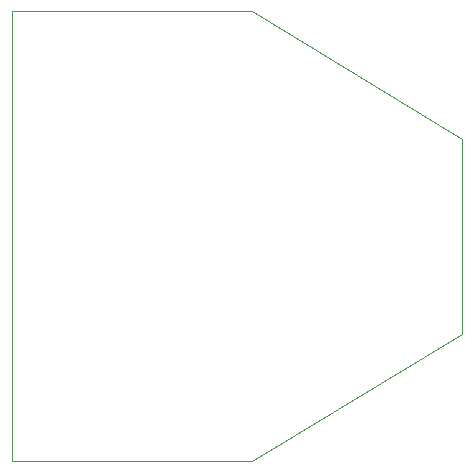
<source format=gbr>
G04 #@! TF.GenerationSoftware,KiCad,Pcbnew,(5.1.5-0-10_14)*
G04 #@! TF.CreationDate,2020-11-02T21:49:36+01:00*
G04 #@! TF.ProjectId,es_rotary,65735f72-6f74-4617-9279-2e6b69636164,rev?*
G04 #@! TF.SameCoordinates,Original*
G04 #@! TF.FileFunction,Profile,NP*
%FSLAX46Y46*%
G04 Gerber Fmt 4.6, Leading zero omitted, Abs format (unit mm)*
G04 Created by KiCad (PCBNEW (5.1.5-0-10_14)) date 2020-11-02 21:49:36*
%MOMM*%
%LPD*%
G04 APERTURE LIST*
%ADD10C,0.050000*%
G04 APERTURE END LIST*
D10*
X170180000Y-95885000D02*
X152400000Y-106680000D01*
X170180000Y-79375000D02*
X170180000Y-95885000D01*
X152400000Y-68580000D02*
X170180000Y-79375000D01*
X132080000Y-106680000D02*
X132080000Y-68580000D01*
X152400000Y-106680000D02*
X132080000Y-106680000D01*
X132080000Y-68580000D02*
X152400000Y-68580000D01*
M02*

</source>
